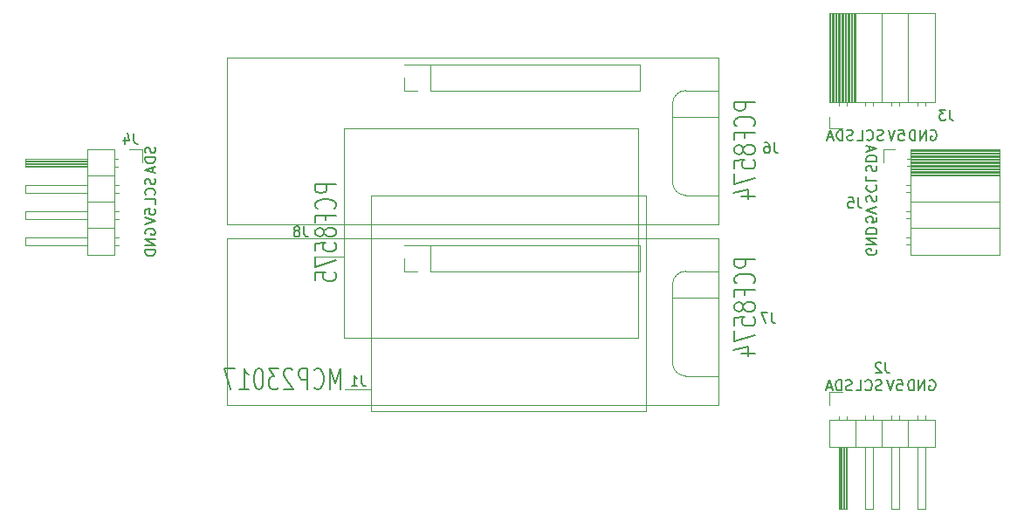
<source format=gbr>
%TF.GenerationSoftware,KiCad,Pcbnew,7.0.7*%
%TF.CreationDate,2023-10-01T14:50:05+02:00*%
%TF.ProjectId,MultiSwitch_Mcp23017_MiniSwitch,4d756c74-6953-4776-9974-63685f4d6370,1.0*%
%TF.SameCoordinates,Original*%
%TF.FileFunction,Legend,Bot*%
%TF.FilePolarity,Positive*%
%FSLAX46Y46*%
G04 Gerber Fmt 4.6, Leading zero omitted, Abs format (unit mm)*
G04 Created by KiCad (PCBNEW 7.0.7) date 2023-10-01 14:50:05*
%MOMM*%
%LPD*%
G01*
G04 APERTURE LIST*
%ADD10C,0.120000*%
%ADD11C,0.150000*%
G04 APERTURE END LIST*
D10*
X160655000Y-130556000D02*
X163195000Y-130556000D01*
X157734000Y-117729000D02*
X160528000Y-117729000D01*
D11*
X141236819Y-113588969D02*
X141236819Y-113112779D01*
X141236819Y-113112779D02*
X141713009Y-113065160D01*
X141713009Y-113065160D02*
X141665390Y-113112779D01*
X141665390Y-113112779D02*
X141617771Y-113208017D01*
X141617771Y-113208017D02*
X141617771Y-113446112D01*
X141617771Y-113446112D02*
X141665390Y-113541350D01*
X141665390Y-113541350D02*
X141713009Y-113588969D01*
X141713009Y-113588969D02*
X141808247Y-113636588D01*
X141808247Y-113636588D02*
X142046342Y-113636588D01*
X142046342Y-113636588D02*
X142141580Y-113588969D01*
X142141580Y-113588969D02*
X142189200Y-113541350D01*
X142189200Y-113541350D02*
X142236819Y-113446112D01*
X142236819Y-113446112D02*
X142236819Y-113208017D01*
X142236819Y-113208017D02*
X142189200Y-113112779D01*
X142189200Y-113112779D02*
X142141580Y-113065160D01*
X141236819Y-113922303D02*
X142236819Y-114255636D01*
X142236819Y-114255636D02*
X141236819Y-114588969D01*
X209895839Y-106375200D02*
X209752982Y-106422819D01*
X209752982Y-106422819D02*
X209514887Y-106422819D01*
X209514887Y-106422819D02*
X209419649Y-106375200D01*
X209419649Y-106375200D02*
X209372030Y-106327580D01*
X209372030Y-106327580D02*
X209324411Y-106232342D01*
X209324411Y-106232342D02*
X209324411Y-106137104D01*
X209324411Y-106137104D02*
X209372030Y-106041866D01*
X209372030Y-106041866D02*
X209419649Y-105994247D01*
X209419649Y-105994247D02*
X209514887Y-105946628D01*
X209514887Y-105946628D02*
X209705363Y-105899009D01*
X209705363Y-105899009D02*
X209800601Y-105851390D01*
X209800601Y-105851390D02*
X209848220Y-105803771D01*
X209848220Y-105803771D02*
X209895839Y-105708533D01*
X209895839Y-105708533D02*
X209895839Y-105613295D01*
X209895839Y-105613295D02*
X209848220Y-105518057D01*
X209848220Y-105518057D02*
X209800601Y-105470438D01*
X209800601Y-105470438D02*
X209705363Y-105422819D01*
X209705363Y-105422819D02*
X209467268Y-105422819D01*
X209467268Y-105422819D02*
X209324411Y-105470438D01*
X208895839Y-106422819D02*
X208895839Y-105422819D01*
X208895839Y-105422819D02*
X208657744Y-105422819D01*
X208657744Y-105422819D02*
X208514887Y-105470438D01*
X208514887Y-105470438D02*
X208419649Y-105565676D01*
X208419649Y-105565676D02*
X208372030Y-105660914D01*
X208372030Y-105660914D02*
X208324411Y-105851390D01*
X208324411Y-105851390D02*
X208324411Y-105994247D01*
X208324411Y-105994247D02*
X208372030Y-106184723D01*
X208372030Y-106184723D02*
X208419649Y-106279961D01*
X208419649Y-106279961D02*
X208514887Y-106375200D01*
X208514887Y-106375200D02*
X208657744Y-106422819D01*
X208657744Y-106422819D02*
X208895839Y-106422819D01*
X207943458Y-106137104D02*
X207467268Y-106137104D01*
X208038696Y-106422819D02*
X207705363Y-105422819D01*
X207705363Y-105422819D02*
X207372030Y-106422819D01*
X142189200Y-107096160D02*
X142236819Y-107239017D01*
X142236819Y-107239017D02*
X142236819Y-107477112D01*
X142236819Y-107477112D02*
X142189200Y-107572350D01*
X142189200Y-107572350D02*
X142141580Y-107619969D01*
X142141580Y-107619969D02*
X142046342Y-107667588D01*
X142046342Y-107667588D02*
X141951104Y-107667588D01*
X141951104Y-107667588D02*
X141855866Y-107619969D01*
X141855866Y-107619969D02*
X141808247Y-107572350D01*
X141808247Y-107572350D02*
X141760628Y-107477112D01*
X141760628Y-107477112D02*
X141713009Y-107286636D01*
X141713009Y-107286636D02*
X141665390Y-107191398D01*
X141665390Y-107191398D02*
X141617771Y-107143779D01*
X141617771Y-107143779D02*
X141522533Y-107096160D01*
X141522533Y-107096160D02*
X141427295Y-107096160D01*
X141427295Y-107096160D02*
X141332057Y-107143779D01*
X141332057Y-107143779D02*
X141284438Y-107191398D01*
X141284438Y-107191398D02*
X141236819Y-107286636D01*
X141236819Y-107286636D02*
X141236819Y-107524731D01*
X141236819Y-107524731D02*
X141284438Y-107667588D01*
X142236819Y-108096160D02*
X141236819Y-108096160D01*
X141236819Y-108096160D02*
X141236819Y-108334255D01*
X141236819Y-108334255D02*
X141284438Y-108477112D01*
X141284438Y-108477112D02*
X141379676Y-108572350D01*
X141379676Y-108572350D02*
X141474914Y-108619969D01*
X141474914Y-108619969D02*
X141665390Y-108667588D01*
X141665390Y-108667588D02*
X141808247Y-108667588D01*
X141808247Y-108667588D02*
X141998723Y-108619969D01*
X141998723Y-108619969D02*
X142093961Y-108572350D01*
X142093961Y-108572350D02*
X142189200Y-108477112D01*
X142189200Y-108477112D02*
X142236819Y-108334255D01*
X142236819Y-108334255D02*
X142236819Y-108096160D01*
X141951104Y-109048541D02*
X141951104Y-109524731D01*
X142236819Y-108953303D02*
X141236819Y-109286636D01*
X141236819Y-109286636D02*
X142236819Y-109619969D01*
X200407438Y-117930826D02*
X198407438Y-117930826D01*
X198407438Y-117930826D02*
X198407438Y-118502255D01*
X198407438Y-118502255D02*
X198502676Y-118645112D01*
X198502676Y-118645112D02*
X198597914Y-118716541D01*
X198597914Y-118716541D02*
X198788390Y-118787969D01*
X198788390Y-118787969D02*
X199074104Y-118787969D01*
X199074104Y-118787969D02*
X199264580Y-118716541D01*
X199264580Y-118716541D02*
X199359819Y-118645112D01*
X199359819Y-118645112D02*
X199455057Y-118502255D01*
X199455057Y-118502255D02*
X199455057Y-117930826D01*
X200216961Y-120287969D02*
X200312200Y-120216541D01*
X200312200Y-120216541D02*
X200407438Y-120002255D01*
X200407438Y-120002255D02*
X200407438Y-119859398D01*
X200407438Y-119859398D02*
X200312200Y-119645112D01*
X200312200Y-119645112D02*
X200121723Y-119502255D01*
X200121723Y-119502255D02*
X199931247Y-119430826D01*
X199931247Y-119430826D02*
X199550295Y-119359398D01*
X199550295Y-119359398D02*
X199264580Y-119359398D01*
X199264580Y-119359398D02*
X198883628Y-119430826D01*
X198883628Y-119430826D02*
X198693152Y-119502255D01*
X198693152Y-119502255D02*
X198502676Y-119645112D01*
X198502676Y-119645112D02*
X198407438Y-119859398D01*
X198407438Y-119859398D02*
X198407438Y-120002255D01*
X198407438Y-120002255D02*
X198502676Y-120216541D01*
X198502676Y-120216541D02*
X198597914Y-120287969D01*
X199359819Y-121430826D02*
X199359819Y-120930826D01*
X200407438Y-120930826D02*
X198407438Y-120930826D01*
X198407438Y-120930826D02*
X198407438Y-121645112D01*
X199264580Y-122430826D02*
X199169342Y-122287969D01*
X199169342Y-122287969D02*
X199074104Y-122216540D01*
X199074104Y-122216540D02*
X198883628Y-122145112D01*
X198883628Y-122145112D02*
X198788390Y-122145112D01*
X198788390Y-122145112D02*
X198597914Y-122216540D01*
X198597914Y-122216540D02*
X198502676Y-122287969D01*
X198502676Y-122287969D02*
X198407438Y-122430826D01*
X198407438Y-122430826D02*
X198407438Y-122716540D01*
X198407438Y-122716540D02*
X198502676Y-122859398D01*
X198502676Y-122859398D02*
X198597914Y-122930826D01*
X198597914Y-122930826D02*
X198788390Y-123002255D01*
X198788390Y-123002255D02*
X198883628Y-123002255D01*
X198883628Y-123002255D02*
X199074104Y-122930826D01*
X199074104Y-122930826D02*
X199169342Y-122859398D01*
X199169342Y-122859398D02*
X199264580Y-122716540D01*
X199264580Y-122716540D02*
X199264580Y-122430826D01*
X199264580Y-122430826D02*
X199359819Y-122287969D01*
X199359819Y-122287969D02*
X199455057Y-122216540D01*
X199455057Y-122216540D02*
X199645533Y-122145112D01*
X199645533Y-122145112D02*
X200026485Y-122145112D01*
X200026485Y-122145112D02*
X200216961Y-122216540D01*
X200216961Y-122216540D02*
X200312200Y-122287969D01*
X200312200Y-122287969D02*
X200407438Y-122430826D01*
X200407438Y-122430826D02*
X200407438Y-122716540D01*
X200407438Y-122716540D02*
X200312200Y-122859398D01*
X200312200Y-122859398D02*
X200216961Y-122930826D01*
X200216961Y-122930826D02*
X200026485Y-123002255D01*
X200026485Y-123002255D02*
X199645533Y-123002255D01*
X199645533Y-123002255D02*
X199455057Y-122930826D01*
X199455057Y-122930826D02*
X199359819Y-122859398D01*
X199359819Y-122859398D02*
X199264580Y-122716540D01*
X198407438Y-124359397D02*
X198407438Y-123645111D01*
X198407438Y-123645111D02*
X199359819Y-123573683D01*
X199359819Y-123573683D02*
X199264580Y-123645111D01*
X199264580Y-123645111D02*
X199169342Y-123787969D01*
X199169342Y-123787969D02*
X199169342Y-124145111D01*
X199169342Y-124145111D02*
X199264580Y-124287969D01*
X199264580Y-124287969D02*
X199359819Y-124359397D01*
X199359819Y-124359397D02*
X199550295Y-124430826D01*
X199550295Y-124430826D02*
X200026485Y-124430826D01*
X200026485Y-124430826D02*
X200216961Y-124359397D01*
X200216961Y-124359397D02*
X200312200Y-124287969D01*
X200312200Y-124287969D02*
X200407438Y-124145111D01*
X200407438Y-124145111D02*
X200407438Y-123787969D01*
X200407438Y-123787969D02*
X200312200Y-123645111D01*
X200312200Y-123645111D02*
X200216961Y-123573683D01*
X198407438Y-124930825D02*
X198407438Y-125930825D01*
X198407438Y-125930825D02*
X200407438Y-125287968D01*
X199074104Y-127145111D02*
X200407438Y-127145111D01*
X198312200Y-126787968D02*
X199740771Y-126430825D01*
X199740771Y-126430825D02*
X199740771Y-127359396D01*
X159767438Y-110691826D02*
X157767438Y-110691826D01*
X157767438Y-110691826D02*
X157767438Y-111263255D01*
X157767438Y-111263255D02*
X157862676Y-111406112D01*
X157862676Y-111406112D02*
X157957914Y-111477541D01*
X157957914Y-111477541D02*
X158148390Y-111548969D01*
X158148390Y-111548969D02*
X158434104Y-111548969D01*
X158434104Y-111548969D02*
X158624580Y-111477541D01*
X158624580Y-111477541D02*
X158719819Y-111406112D01*
X158719819Y-111406112D02*
X158815057Y-111263255D01*
X158815057Y-111263255D02*
X158815057Y-110691826D01*
X159576961Y-113048969D02*
X159672200Y-112977541D01*
X159672200Y-112977541D02*
X159767438Y-112763255D01*
X159767438Y-112763255D02*
X159767438Y-112620398D01*
X159767438Y-112620398D02*
X159672200Y-112406112D01*
X159672200Y-112406112D02*
X159481723Y-112263255D01*
X159481723Y-112263255D02*
X159291247Y-112191826D01*
X159291247Y-112191826D02*
X158910295Y-112120398D01*
X158910295Y-112120398D02*
X158624580Y-112120398D01*
X158624580Y-112120398D02*
X158243628Y-112191826D01*
X158243628Y-112191826D02*
X158053152Y-112263255D01*
X158053152Y-112263255D02*
X157862676Y-112406112D01*
X157862676Y-112406112D02*
X157767438Y-112620398D01*
X157767438Y-112620398D02*
X157767438Y-112763255D01*
X157767438Y-112763255D02*
X157862676Y-112977541D01*
X157862676Y-112977541D02*
X157957914Y-113048969D01*
X158719819Y-114191826D02*
X158719819Y-113691826D01*
X159767438Y-113691826D02*
X157767438Y-113691826D01*
X157767438Y-113691826D02*
X157767438Y-114406112D01*
X158624580Y-115191826D02*
X158529342Y-115048969D01*
X158529342Y-115048969D02*
X158434104Y-114977540D01*
X158434104Y-114977540D02*
X158243628Y-114906112D01*
X158243628Y-114906112D02*
X158148390Y-114906112D01*
X158148390Y-114906112D02*
X157957914Y-114977540D01*
X157957914Y-114977540D02*
X157862676Y-115048969D01*
X157862676Y-115048969D02*
X157767438Y-115191826D01*
X157767438Y-115191826D02*
X157767438Y-115477540D01*
X157767438Y-115477540D02*
X157862676Y-115620398D01*
X157862676Y-115620398D02*
X157957914Y-115691826D01*
X157957914Y-115691826D02*
X158148390Y-115763255D01*
X158148390Y-115763255D02*
X158243628Y-115763255D01*
X158243628Y-115763255D02*
X158434104Y-115691826D01*
X158434104Y-115691826D02*
X158529342Y-115620398D01*
X158529342Y-115620398D02*
X158624580Y-115477540D01*
X158624580Y-115477540D02*
X158624580Y-115191826D01*
X158624580Y-115191826D02*
X158719819Y-115048969D01*
X158719819Y-115048969D02*
X158815057Y-114977540D01*
X158815057Y-114977540D02*
X159005533Y-114906112D01*
X159005533Y-114906112D02*
X159386485Y-114906112D01*
X159386485Y-114906112D02*
X159576961Y-114977540D01*
X159576961Y-114977540D02*
X159672200Y-115048969D01*
X159672200Y-115048969D02*
X159767438Y-115191826D01*
X159767438Y-115191826D02*
X159767438Y-115477540D01*
X159767438Y-115477540D02*
X159672200Y-115620398D01*
X159672200Y-115620398D02*
X159576961Y-115691826D01*
X159576961Y-115691826D02*
X159386485Y-115763255D01*
X159386485Y-115763255D02*
X159005533Y-115763255D01*
X159005533Y-115763255D02*
X158815057Y-115691826D01*
X158815057Y-115691826D02*
X158719819Y-115620398D01*
X158719819Y-115620398D02*
X158624580Y-115477540D01*
X157767438Y-117120397D02*
X157767438Y-116406111D01*
X157767438Y-116406111D02*
X158719819Y-116334683D01*
X158719819Y-116334683D02*
X158624580Y-116406111D01*
X158624580Y-116406111D02*
X158529342Y-116548969D01*
X158529342Y-116548969D02*
X158529342Y-116906111D01*
X158529342Y-116906111D02*
X158624580Y-117048969D01*
X158624580Y-117048969D02*
X158719819Y-117120397D01*
X158719819Y-117120397D02*
X158910295Y-117191826D01*
X158910295Y-117191826D02*
X159386485Y-117191826D01*
X159386485Y-117191826D02*
X159576961Y-117120397D01*
X159576961Y-117120397D02*
X159672200Y-117048969D01*
X159672200Y-117048969D02*
X159767438Y-116906111D01*
X159767438Y-116906111D02*
X159767438Y-116548969D01*
X159767438Y-116548969D02*
X159672200Y-116406111D01*
X159672200Y-116406111D02*
X159576961Y-116334683D01*
X157767438Y-117691825D02*
X157767438Y-118691825D01*
X157767438Y-118691825D02*
X159767438Y-118048968D01*
X157767438Y-119977539D02*
X157767438Y-119263253D01*
X157767438Y-119263253D02*
X158719819Y-119191825D01*
X158719819Y-119191825D02*
X158624580Y-119263253D01*
X158624580Y-119263253D02*
X158529342Y-119406111D01*
X158529342Y-119406111D02*
X158529342Y-119763253D01*
X158529342Y-119763253D02*
X158624580Y-119906111D01*
X158624580Y-119906111D02*
X158719819Y-119977539D01*
X158719819Y-119977539D02*
X158910295Y-120048968D01*
X158910295Y-120048968D02*
X159386485Y-120048968D01*
X159386485Y-120048968D02*
X159576961Y-119977539D01*
X159576961Y-119977539D02*
X159672200Y-119906111D01*
X159672200Y-119906111D02*
X159767438Y-119763253D01*
X159767438Y-119763253D02*
X159767438Y-119406111D01*
X159767438Y-119406111D02*
X159672200Y-119263253D01*
X159672200Y-119263253D02*
X159576961Y-119191825D01*
X217452411Y-105470438D02*
X217547649Y-105422819D01*
X217547649Y-105422819D02*
X217690506Y-105422819D01*
X217690506Y-105422819D02*
X217833363Y-105470438D01*
X217833363Y-105470438D02*
X217928601Y-105565676D01*
X217928601Y-105565676D02*
X217976220Y-105660914D01*
X217976220Y-105660914D02*
X218023839Y-105851390D01*
X218023839Y-105851390D02*
X218023839Y-105994247D01*
X218023839Y-105994247D02*
X217976220Y-106184723D01*
X217976220Y-106184723D02*
X217928601Y-106279961D01*
X217928601Y-106279961D02*
X217833363Y-106375200D01*
X217833363Y-106375200D02*
X217690506Y-106422819D01*
X217690506Y-106422819D02*
X217595268Y-106422819D01*
X217595268Y-106422819D02*
X217452411Y-106375200D01*
X217452411Y-106375200D02*
X217404792Y-106327580D01*
X217404792Y-106327580D02*
X217404792Y-105994247D01*
X217404792Y-105994247D02*
X217595268Y-105994247D01*
X216976220Y-106422819D02*
X216976220Y-105422819D01*
X216976220Y-105422819D02*
X216404792Y-106422819D01*
X216404792Y-106422819D02*
X216404792Y-105422819D01*
X215928601Y-106422819D02*
X215928601Y-105422819D01*
X215928601Y-105422819D02*
X215690506Y-105422819D01*
X215690506Y-105422819D02*
X215547649Y-105470438D01*
X215547649Y-105470438D02*
X215452411Y-105565676D01*
X215452411Y-105565676D02*
X215404792Y-105660914D01*
X215404792Y-105660914D02*
X215357173Y-105851390D01*
X215357173Y-105851390D02*
X215357173Y-105994247D01*
X215357173Y-105994247D02*
X215404792Y-106184723D01*
X215404792Y-106184723D02*
X215452411Y-106279961D01*
X215452411Y-106279961D02*
X215547649Y-106375200D01*
X215547649Y-106375200D02*
X215690506Y-106422819D01*
X215690506Y-106422819D02*
X215928601Y-106422819D01*
X214198030Y-129679819D02*
X214674220Y-129679819D01*
X214674220Y-129679819D02*
X214721839Y-130156009D01*
X214721839Y-130156009D02*
X214674220Y-130108390D01*
X214674220Y-130108390D02*
X214578982Y-130060771D01*
X214578982Y-130060771D02*
X214340887Y-130060771D01*
X214340887Y-130060771D02*
X214245649Y-130108390D01*
X214245649Y-130108390D02*
X214198030Y-130156009D01*
X214198030Y-130156009D02*
X214150411Y-130251247D01*
X214150411Y-130251247D02*
X214150411Y-130489342D01*
X214150411Y-130489342D02*
X214198030Y-130584580D01*
X214198030Y-130584580D02*
X214245649Y-130632200D01*
X214245649Y-130632200D02*
X214340887Y-130679819D01*
X214340887Y-130679819D02*
X214578982Y-130679819D01*
X214578982Y-130679819D02*
X214674220Y-130632200D01*
X214674220Y-130632200D02*
X214721839Y-130584580D01*
X213864696Y-129679819D02*
X213531363Y-130679819D01*
X213531363Y-130679819D02*
X213198030Y-129679819D01*
X141284438Y-115541588D02*
X141236819Y-115446350D01*
X141236819Y-115446350D02*
X141236819Y-115303493D01*
X141236819Y-115303493D02*
X141284438Y-115160636D01*
X141284438Y-115160636D02*
X141379676Y-115065398D01*
X141379676Y-115065398D02*
X141474914Y-115017779D01*
X141474914Y-115017779D02*
X141665390Y-114970160D01*
X141665390Y-114970160D02*
X141808247Y-114970160D01*
X141808247Y-114970160D02*
X141998723Y-115017779D01*
X141998723Y-115017779D02*
X142093961Y-115065398D01*
X142093961Y-115065398D02*
X142189200Y-115160636D01*
X142189200Y-115160636D02*
X142236819Y-115303493D01*
X142236819Y-115303493D02*
X142236819Y-115398731D01*
X142236819Y-115398731D02*
X142189200Y-115541588D01*
X142189200Y-115541588D02*
X142141580Y-115589207D01*
X142141580Y-115589207D02*
X141808247Y-115589207D01*
X141808247Y-115589207D02*
X141808247Y-115398731D01*
X142236819Y-116017779D02*
X141236819Y-116017779D01*
X141236819Y-116017779D02*
X142236819Y-116589207D01*
X142236819Y-116589207D02*
X141236819Y-116589207D01*
X142236819Y-117065398D02*
X141236819Y-117065398D01*
X141236819Y-117065398D02*
X141236819Y-117303493D01*
X141236819Y-117303493D02*
X141284438Y-117446350D01*
X141284438Y-117446350D02*
X141379676Y-117541588D01*
X141379676Y-117541588D02*
X141474914Y-117589207D01*
X141474914Y-117589207D02*
X141665390Y-117636826D01*
X141665390Y-117636826D02*
X141808247Y-117636826D01*
X141808247Y-117636826D02*
X141998723Y-117589207D01*
X141998723Y-117589207D02*
X142093961Y-117541588D01*
X142093961Y-117541588D02*
X142189200Y-117446350D01*
X142189200Y-117446350D02*
X142236819Y-117303493D01*
X142236819Y-117303493D02*
X142236819Y-117065398D01*
X160199173Y-130557438D02*
X160199173Y-128557438D01*
X160199173Y-128557438D02*
X159699173Y-129986009D01*
X159699173Y-129986009D02*
X159199173Y-128557438D01*
X159199173Y-128557438D02*
X159199173Y-130557438D01*
X157627744Y-130366961D02*
X157699172Y-130462200D01*
X157699172Y-130462200D02*
X157913458Y-130557438D01*
X157913458Y-130557438D02*
X158056315Y-130557438D01*
X158056315Y-130557438D02*
X158270601Y-130462200D01*
X158270601Y-130462200D02*
X158413458Y-130271723D01*
X158413458Y-130271723D02*
X158484887Y-130081247D01*
X158484887Y-130081247D02*
X158556315Y-129700295D01*
X158556315Y-129700295D02*
X158556315Y-129414580D01*
X158556315Y-129414580D02*
X158484887Y-129033628D01*
X158484887Y-129033628D02*
X158413458Y-128843152D01*
X158413458Y-128843152D02*
X158270601Y-128652676D01*
X158270601Y-128652676D02*
X158056315Y-128557438D01*
X158056315Y-128557438D02*
X157913458Y-128557438D01*
X157913458Y-128557438D02*
X157699172Y-128652676D01*
X157699172Y-128652676D02*
X157627744Y-128747914D01*
X156984887Y-130557438D02*
X156984887Y-128557438D01*
X156984887Y-128557438D02*
X156413458Y-128557438D01*
X156413458Y-128557438D02*
X156270601Y-128652676D01*
X156270601Y-128652676D02*
X156199172Y-128747914D01*
X156199172Y-128747914D02*
X156127744Y-128938390D01*
X156127744Y-128938390D02*
X156127744Y-129224104D01*
X156127744Y-129224104D02*
X156199172Y-129414580D01*
X156199172Y-129414580D02*
X156270601Y-129509819D01*
X156270601Y-129509819D02*
X156413458Y-129605057D01*
X156413458Y-129605057D02*
X156984887Y-129605057D01*
X155556315Y-128747914D02*
X155484887Y-128652676D01*
X155484887Y-128652676D02*
X155342030Y-128557438D01*
X155342030Y-128557438D02*
X154984887Y-128557438D01*
X154984887Y-128557438D02*
X154842030Y-128652676D01*
X154842030Y-128652676D02*
X154770601Y-128747914D01*
X154770601Y-128747914D02*
X154699172Y-128938390D01*
X154699172Y-128938390D02*
X154699172Y-129128866D01*
X154699172Y-129128866D02*
X154770601Y-129414580D01*
X154770601Y-129414580D02*
X155627744Y-130557438D01*
X155627744Y-130557438D02*
X154699172Y-130557438D01*
X154199173Y-128557438D02*
X153270601Y-128557438D01*
X153270601Y-128557438D02*
X153770601Y-129319342D01*
X153770601Y-129319342D02*
X153556316Y-129319342D01*
X153556316Y-129319342D02*
X153413459Y-129414580D01*
X153413459Y-129414580D02*
X153342030Y-129509819D01*
X153342030Y-129509819D02*
X153270601Y-129700295D01*
X153270601Y-129700295D02*
X153270601Y-130176485D01*
X153270601Y-130176485D02*
X153342030Y-130366961D01*
X153342030Y-130366961D02*
X153413459Y-130462200D01*
X153413459Y-130462200D02*
X153556316Y-130557438D01*
X153556316Y-130557438D02*
X153984887Y-130557438D01*
X153984887Y-130557438D02*
X154127744Y-130462200D01*
X154127744Y-130462200D02*
X154199173Y-130366961D01*
X152342030Y-128557438D02*
X152199173Y-128557438D01*
X152199173Y-128557438D02*
X152056316Y-128652676D01*
X152056316Y-128652676D02*
X151984888Y-128747914D01*
X151984888Y-128747914D02*
X151913459Y-128938390D01*
X151913459Y-128938390D02*
X151842030Y-129319342D01*
X151842030Y-129319342D02*
X151842030Y-129795533D01*
X151842030Y-129795533D02*
X151913459Y-130176485D01*
X151913459Y-130176485D02*
X151984888Y-130366961D01*
X151984888Y-130366961D02*
X152056316Y-130462200D01*
X152056316Y-130462200D02*
X152199173Y-130557438D01*
X152199173Y-130557438D02*
X152342030Y-130557438D01*
X152342030Y-130557438D02*
X152484888Y-130462200D01*
X152484888Y-130462200D02*
X152556316Y-130366961D01*
X152556316Y-130366961D02*
X152627745Y-130176485D01*
X152627745Y-130176485D02*
X152699173Y-129795533D01*
X152699173Y-129795533D02*
X152699173Y-129319342D01*
X152699173Y-129319342D02*
X152627745Y-128938390D01*
X152627745Y-128938390D02*
X152556316Y-128747914D01*
X152556316Y-128747914D02*
X152484888Y-128652676D01*
X152484888Y-128652676D02*
X152342030Y-128557438D01*
X150413459Y-130557438D02*
X151270602Y-130557438D01*
X150842031Y-130557438D02*
X150842031Y-128557438D01*
X150842031Y-128557438D02*
X150984888Y-128843152D01*
X150984888Y-128843152D02*
X151127745Y-129033628D01*
X151127745Y-129033628D02*
X151270602Y-129128866D01*
X149913460Y-128557438D02*
X148913460Y-128557438D01*
X148913460Y-128557438D02*
X149556317Y-130557438D01*
X211251800Y-112359839D02*
X211204180Y-112216982D01*
X211204180Y-112216982D02*
X211204180Y-111978887D01*
X211204180Y-111978887D02*
X211251800Y-111883649D01*
X211251800Y-111883649D02*
X211299419Y-111836030D01*
X211299419Y-111836030D02*
X211394657Y-111788411D01*
X211394657Y-111788411D02*
X211489895Y-111788411D01*
X211489895Y-111788411D02*
X211585133Y-111836030D01*
X211585133Y-111836030D02*
X211632752Y-111883649D01*
X211632752Y-111883649D02*
X211680371Y-111978887D01*
X211680371Y-111978887D02*
X211727990Y-112169363D01*
X211727990Y-112169363D02*
X211775609Y-112264601D01*
X211775609Y-112264601D02*
X211823228Y-112312220D01*
X211823228Y-112312220D02*
X211918466Y-112359839D01*
X211918466Y-112359839D02*
X212013704Y-112359839D01*
X212013704Y-112359839D02*
X212108942Y-112312220D01*
X212108942Y-112312220D02*
X212156561Y-112264601D01*
X212156561Y-112264601D02*
X212204180Y-112169363D01*
X212204180Y-112169363D02*
X212204180Y-111931268D01*
X212204180Y-111931268D02*
X212156561Y-111788411D01*
X211299419Y-110788411D02*
X211251800Y-110836030D01*
X211251800Y-110836030D02*
X211204180Y-110978887D01*
X211204180Y-110978887D02*
X211204180Y-111074125D01*
X211204180Y-111074125D02*
X211251800Y-111216982D01*
X211251800Y-111216982D02*
X211347038Y-111312220D01*
X211347038Y-111312220D02*
X211442276Y-111359839D01*
X211442276Y-111359839D02*
X211632752Y-111407458D01*
X211632752Y-111407458D02*
X211775609Y-111407458D01*
X211775609Y-111407458D02*
X211966085Y-111359839D01*
X211966085Y-111359839D02*
X212061323Y-111312220D01*
X212061323Y-111312220D02*
X212156561Y-111216982D01*
X212156561Y-111216982D02*
X212204180Y-111074125D01*
X212204180Y-111074125D02*
X212204180Y-110978887D01*
X212204180Y-110978887D02*
X212156561Y-110836030D01*
X212156561Y-110836030D02*
X212108942Y-110788411D01*
X211204180Y-109883649D02*
X211204180Y-110359839D01*
X211204180Y-110359839D02*
X212204180Y-110359839D01*
X209768839Y-130632200D02*
X209625982Y-130679819D01*
X209625982Y-130679819D02*
X209387887Y-130679819D01*
X209387887Y-130679819D02*
X209292649Y-130632200D01*
X209292649Y-130632200D02*
X209245030Y-130584580D01*
X209245030Y-130584580D02*
X209197411Y-130489342D01*
X209197411Y-130489342D02*
X209197411Y-130394104D01*
X209197411Y-130394104D02*
X209245030Y-130298866D01*
X209245030Y-130298866D02*
X209292649Y-130251247D01*
X209292649Y-130251247D02*
X209387887Y-130203628D01*
X209387887Y-130203628D02*
X209578363Y-130156009D01*
X209578363Y-130156009D02*
X209673601Y-130108390D01*
X209673601Y-130108390D02*
X209721220Y-130060771D01*
X209721220Y-130060771D02*
X209768839Y-129965533D01*
X209768839Y-129965533D02*
X209768839Y-129870295D01*
X209768839Y-129870295D02*
X209721220Y-129775057D01*
X209721220Y-129775057D02*
X209673601Y-129727438D01*
X209673601Y-129727438D02*
X209578363Y-129679819D01*
X209578363Y-129679819D02*
X209340268Y-129679819D01*
X209340268Y-129679819D02*
X209197411Y-129727438D01*
X208768839Y-130679819D02*
X208768839Y-129679819D01*
X208768839Y-129679819D02*
X208530744Y-129679819D01*
X208530744Y-129679819D02*
X208387887Y-129727438D01*
X208387887Y-129727438D02*
X208292649Y-129822676D01*
X208292649Y-129822676D02*
X208245030Y-129917914D01*
X208245030Y-129917914D02*
X208197411Y-130108390D01*
X208197411Y-130108390D02*
X208197411Y-130251247D01*
X208197411Y-130251247D02*
X208245030Y-130441723D01*
X208245030Y-130441723D02*
X208292649Y-130536961D01*
X208292649Y-130536961D02*
X208387887Y-130632200D01*
X208387887Y-130632200D02*
X208530744Y-130679819D01*
X208530744Y-130679819D02*
X208768839Y-130679819D01*
X207816458Y-130394104D02*
X207340268Y-130394104D01*
X207911696Y-130679819D02*
X207578363Y-129679819D01*
X207578363Y-129679819D02*
X207245030Y-130679819D01*
X212689839Y-130632200D02*
X212546982Y-130679819D01*
X212546982Y-130679819D02*
X212308887Y-130679819D01*
X212308887Y-130679819D02*
X212213649Y-130632200D01*
X212213649Y-130632200D02*
X212166030Y-130584580D01*
X212166030Y-130584580D02*
X212118411Y-130489342D01*
X212118411Y-130489342D02*
X212118411Y-130394104D01*
X212118411Y-130394104D02*
X212166030Y-130298866D01*
X212166030Y-130298866D02*
X212213649Y-130251247D01*
X212213649Y-130251247D02*
X212308887Y-130203628D01*
X212308887Y-130203628D02*
X212499363Y-130156009D01*
X212499363Y-130156009D02*
X212594601Y-130108390D01*
X212594601Y-130108390D02*
X212642220Y-130060771D01*
X212642220Y-130060771D02*
X212689839Y-129965533D01*
X212689839Y-129965533D02*
X212689839Y-129870295D01*
X212689839Y-129870295D02*
X212642220Y-129775057D01*
X212642220Y-129775057D02*
X212594601Y-129727438D01*
X212594601Y-129727438D02*
X212499363Y-129679819D01*
X212499363Y-129679819D02*
X212261268Y-129679819D01*
X212261268Y-129679819D02*
X212118411Y-129727438D01*
X211118411Y-130584580D02*
X211166030Y-130632200D01*
X211166030Y-130632200D02*
X211308887Y-130679819D01*
X211308887Y-130679819D02*
X211404125Y-130679819D01*
X211404125Y-130679819D02*
X211546982Y-130632200D01*
X211546982Y-130632200D02*
X211642220Y-130536961D01*
X211642220Y-130536961D02*
X211689839Y-130441723D01*
X211689839Y-130441723D02*
X211737458Y-130251247D01*
X211737458Y-130251247D02*
X211737458Y-130108390D01*
X211737458Y-130108390D02*
X211689839Y-129917914D01*
X211689839Y-129917914D02*
X211642220Y-129822676D01*
X211642220Y-129822676D02*
X211546982Y-129727438D01*
X211546982Y-129727438D02*
X211404125Y-129679819D01*
X211404125Y-129679819D02*
X211308887Y-129679819D01*
X211308887Y-129679819D02*
X211166030Y-129727438D01*
X211166030Y-129727438D02*
X211118411Y-129775057D01*
X210213649Y-130679819D02*
X210689839Y-130679819D01*
X210689839Y-130679819D02*
X210689839Y-129679819D01*
X212204180Y-113868030D02*
X212204180Y-114344220D01*
X212204180Y-114344220D02*
X211727990Y-114391839D01*
X211727990Y-114391839D02*
X211775609Y-114344220D01*
X211775609Y-114344220D02*
X211823228Y-114248982D01*
X211823228Y-114248982D02*
X211823228Y-114010887D01*
X211823228Y-114010887D02*
X211775609Y-113915649D01*
X211775609Y-113915649D02*
X211727990Y-113868030D01*
X211727990Y-113868030D02*
X211632752Y-113820411D01*
X211632752Y-113820411D02*
X211394657Y-113820411D01*
X211394657Y-113820411D02*
X211299419Y-113868030D01*
X211299419Y-113868030D02*
X211251800Y-113915649D01*
X211251800Y-113915649D02*
X211204180Y-114010887D01*
X211204180Y-114010887D02*
X211204180Y-114248982D01*
X211204180Y-114248982D02*
X211251800Y-114344220D01*
X211251800Y-114344220D02*
X211299419Y-114391839D01*
X212204180Y-113534696D02*
X211204180Y-113201363D01*
X211204180Y-113201363D02*
X212204180Y-112868030D01*
X212816839Y-106375200D02*
X212673982Y-106422819D01*
X212673982Y-106422819D02*
X212435887Y-106422819D01*
X212435887Y-106422819D02*
X212340649Y-106375200D01*
X212340649Y-106375200D02*
X212293030Y-106327580D01*
X212293030Y-106327580D02*
X212245411Y-106232342D01*
X212245411Y-106232342D02*
X212245411Y-106137104D01*
X212245411Y-106137104D02*
X212293030Y-106041866D01*
X212293030Y-106041866D02*
X212340649Y-105994247D01*
X212340649Y-105994247D02*
X212435887Y-105946628D01*
X212435887Y-105946628D02*
X212626363Y-105899009D01*
X212626363Y-105899009D02*
X212721601Y-105851390D01*
X212721601Y-105851390D02*
X212769220Y-105803771D01*
X212769220Y-105803771D02*
X212816839Y-105708533D01*
X212816839Y-105708533D02*
X212816839Y-105613295D01*
X212816839Y-105613295D02*
X212769220Y-105518057D01*
X212769220Y-105518057D02*
X212721601Y-105470438D01*
X212721601Y-105470438D02*
X212626363Y-105422819D01*
X212626363Y-105422819D02*
X212388268Y-105422819D01*
X212388268Y-105422819D02*
X212245411Y-105470438D01*
X211245411Y-106327580D02*
X211293030Y-106375200D01*
X211293030Y-106375200D02*
X211435887Y-106422819D01*
X211435887Y-106422819D02*
X211531125Y-106422819D01*
X211531125Y-106422819D02*
X211673982Y-106375200D01*
X211673982Y-106375200D02*
X211769220Y-106279961D01*
X211769220Y-106279961D02*
X211816839Y-106184723D01*
X211816839Y-106184723D02*
X211864458Y-105994247D01*
X211864458Y-105994247D02*
X211864458Y-105851390D01*
X211864458Y-105851390D02*
X211816839Y-105660914D01*
X211816839Y-105660914D02*
X211769220Y-105565676D01*
X211769220Y-105565676D02*
X211673982Y-105470438D01*
X211673982Y-105470438D02*
X211531125Y-105422819D01*
X211531125Y-105422819D02*
X211435887Y-105422819D01*
X211435887Y-105422819D02*
X211293030Y-105470438D01*
X211293030Y-105470438D02*
X211245411Y-105518057D01*
X210340649Y-106422819D02*
X210816839Y-106422819D01*
X210816839Y-106422819D02*
X210816839Y-105422819D01*
X200407438Y-102690826D02*
X198407438Y-102690826D01*
X198407438Y-102690826D02*
X198407438Y-103262255D01*
X198407438Y-103262255D02*
X198502676Y-103405112D01*
X198502676Y-103405112D02*
X198597914Y-103476541D01*
X198597914Y-103476541D02*
X198788390Y-103547969D01*
X198788390Y-103547969D02*
X199074104Y-103547969D01*
X199074104Y-103547969D02*
X199264580Y-103476541D01*
X199264580Y-103476541D02*
X199359819Y-103405112D01*
X199359819Y-103405112D02*
X199455057Y-103262255D01*
X199455057Y-103262255D02*
X199455057Y-102690826D01*
X200216961Y-105047969D02*
X200312200Y-104976541D01*
X200312200Y-104976541D02*
X200407438Y-104762255D01*
X200407438Y-104762255D02*
X200407438Y-104619398D01*
X200407438Y-104619398D02*
X200312200Y-104405112D01*
X200312200Y-104405112D02*
X200121723Y-104262255D01*
X200121723Y-104262255D02*
X199931247Y-104190826D01*
X199931247Y-104190826D02*
X199550295Y-104119398D01*
X199550295Y-104119398D02*
X199264580Y-104119398D01*
X199264580Y-104119398D02*
X198883628Y-104190826D01*
X198883628Y-104190826D02*
X198693152Y-104262255D01*
X198693152Y-104262255D02*
X198502676Y-104405112D01*
X198502676Y-104405112D02*
X198407438Y-104619398D01*
X198407438Y-104619398D02*
X198407438Y-104762255D01*
X198407438Y-104762255D02*
X198502676Y-104976541D01*
X198502676Y-104976541D02*
X198597914Y-105047969D01*
X199359819Y-106190826D02*
X199359819Y-105690826D01*
X200407438Y-105690826D02*
X198407438Y-105690826D01*
X198407438Y-105690826D02*
X198407438Y-106405112D01*
X199264580Y-107190826D02*
X199169342Y-107047969D01*
X199169342Y-107047969D02*
X199074104Y-106976540D01*
X199074104Y-106976540D02*
X198883628Y-106905112D01*
X198883628Y-106905112D02*
X198788390Y-106905112D01*
X198788390Y-106905112D02*
X198597914Y-106976540D01*
X198597914Y-106976540D02*
X198502676Y-107047969D01*
X198502676Y-107047969D02*
X198407438Y-107190826D01*
X198407438Y-107190826D02*
X198407438Y-107476540D01*
X198407438Y-107476540D02*
X198502676Y-107619398D01*
X198502676Y-107619398D02*
X198597914Y-107690826D01*
X198597914Y-107690826D02*
X198788390Y-107762255D01*
X198788390Y-107762255D02*
X198883628Y-107762255D01*
X198883628Y-107762255D02*
X199074104Y-107690826D01*
X199074104Y-107690826D02*
X199169342Y-107619398D01*
X199169342Y-107619398D02*
X199264580Y-107476540D01*
X199264580Y-107476540D02*
X199264580Y-107190826D01*
X199264580Y-107190826D02*
X199359819Y-107047969D01*
X199359819Y-107047969D02*
X199455057Y-106976540D01*
X199455057Y-106976540D02*
X199645533Y-106905112D01*
X199645533Y-106905112D02*
X200026485Y-106905112D01*
X200026485Y-106905112D02*
X200216961Y-106976540D01*
X200216961Y-106976540D02*
X200312200Y-107047969D01*
X200312200Y-107047969D02*
X200407438Y-107190826D01*
X200407438Y-107190826D02*
X200407438Y-107476540D01*
X200407438Y-107476540D02*
X200312200Y-107619398D01*
X200312200Y-107619398D02*
X200216961Y-107690826D01*
X200216961Y-107690826D02*
X200026485Y-107762255D01*
X200026485Y-107762255D02*
X199645533Y-107762255D01*
X199645533Y-107762255D02*
X199455057Y-107690826D01*
X199455057Y-107690826D02*
X199359819Y-107619398D01*
X199359819Y-107619398D02*
X199264580Y-107476540D01*
X198407438Y-109119397D02*
X198407438Y-108405111D01*
X198407438Y-108405111D02*
X199359819Y-108333683D01*
X199359819Y-108333683D02*
X199264580Y-108405111D01*
X199264580Y-108405111D02*
X199169342Y-108547969D01*
X199169342Y-108547969D02*
X199169342Y-108905111D01*
X199169342Y-108905111D02*
X199264580Y-109047969D01*
X199264580Y-109047969D02*
X199359819Y-109119397D01*
X199359819Y-109119397D02*
X199550295Y-109190826D01*
X199550295Y-109190826D02*
X200026485Y-109190826D01*
X200026485Y-109190826D02*
X200216961Y-109119397D01*
X200216961Y-109119397D02*
X200312200Y-109047969D01*
X200312200Y-109047969D02*
X200407438Y-108905111D01*
X200407438Y-108905111D02*
X200407438Y-108547969D01*
X200407438Y-108547969D02*
X200312200Y-108405111D01*
X200312200Y-108405111D02*
X200216961Y-108333683D01*
X198407438Y-109690825D02*
X198407438Y-110690825D01*
X198407438Y-110690825D02*
X200407438Y-110047968D01*
X199074104Y-111905111D02*
X200407438Y-111905111D01*
X198312200Y-111547968D02*
X199740771Y-111190825D01*
X199740771Y-111190825D02*
X199740771Y-112119396D01*
X217325411Y-129727438D02*
X217420649Y-129679819D01*
X217420649Y-129679819D02*
X217563506Y-129679819D01*
X217563506Y-129679819D02*
X217706363Y-129727438D01*
X217706363Y-129727438D02*
X217801601Y-129822676D01*
X217801601Y-129822676D02*
X217849220Y-129917914D01*
X217849220Y-129917914D02*
X217896839Y-130108390D01*
X217896839Y-130108390D02*
X217896839Y-130251247D01*
X217896839Y-130251247D02*
X217849220Y-130441723D01*
X217849220Y-130441723D02*
X217801601Y-130536961D01*
X217801601Y-130536961D02*
X217706363Y-130632200D01*
X217706363Y-130632200D02*
X217563506Y-130679819D01*
X217563506Y-130679819D02*
X217468268Y-130679819D01*
X217468268Y-130679819D02*
X217325411Y-130632200D01*
X217325411Y-130632200D02*
X217277792Y-130584580D01*
X217277792Y-130584580D02*
X217277792Y-130251247D01*
X217277792Y-130251247D02*
X217468268Y-130251247D01*
X216849220Y-130679819D02*
X216849220Y-129679819D01*
X216849220Y-129679819D02*
X216277792Y-130679819D01*
X216277792Y-130679819D02*
X216277792Y-129679819D01*
X215801601Y-130679819D02*
X215801601Y-129679819D01*
X215801601Y-129679819D02*
X215563506Y-129679819D01*
X215563506Y-129679819D02*
X215420649Y-129727438D01*
X215420649Y-129727438D02*
X215325411Y-129822676D01*
X215325411Y-129822676D02*
X215277792Y-129917914D01*
X215277792Y-129917914D02*
X215230173Y-130108390D01*
X215230173Y-130108390D02*
X215230173Y-130251247D01*
X215230173Y-130251247D02*
X215277792Y-130441723D01*
X215277792Y-130441723D02*
X215325411Y-130536961D01*
X215325411Y-130536961D02*
X215420649Y-130632200D01*
X215420649Y-130632200D02*
X215563506Y-130679819D01*
X215563506Y-130679819D02*
X215801601Y-130679819D01*
X212156561Y-116995411D02*
X212204180Y-117090649D01*
X212204180Y-117090649D02*
X212204180Y-117233506D01*
X212204180Y-117233506D02*
X212156561Y-117376363D01*
X212156561Y-117376363D02*
X212061323Y-117471601D01*
X212061323Y-117471601D02*
X211966085Y-117519220D01*
X211966085Y-117519220D02*
X211775609Y-117566839D01*
X211775609Y-117566839D02*
X211632752Y-117566839D01*
X211632752Y-117566839D02*
X211442276Y-117519220D01*
X211442276Y-117519220D02*
X211347038Y-117471601D01*
X211347038Y-117471601D02*
X211251800Y-117376363D01*
X211251800Y-117376363D02*
X211204180Y-117233506D01*
X211204180Y-117233506D02*
X211204180Y-117138268D01*
X211204180Y-117138268D02*
X211251800Y-116995411D01*
X211251800Y-116995411D02*
X211299419Y-116947792D01*
X211299419Y-116947792D02*
X211632752Y-116947792D01*
X211632752Y-116947792D02*
X211632752Y-117138268D01*
X211204180Y-116519220D02*
X212204180Y-116519220D01*
X212204180Y-116519220D02*
X211204180Y-115947792D01*
X211204180Y-115947792D02*
X212204180Y-115947792D01*
X211204180Y-115471601D02*
X212204180Y-115471601D01*
X212204180Y-115471601D02*
X212204180Y-115233506D01*
X212204180Y-115233506D02*
X212156561Y-115090649D01*
X212156561Y-115090649D02*
X212061323Y-114995411D01*
X212061323Y-114995411D02*
X211966085Y-114947792D01*
X211966085Y-114947792D02*
X211775609Y-114900173D01*
X211775609Y-114900173D02*
X211632752Y-114900173D01*
X211632752Y-114900173D02*
X211442276Y-114947792D01*
X211442276Y-114947792D02*
X211347038Y-114995411D01*
X211347038Y-114995411D02*
X211251800Y-115090649D01*
X211251800Y-115090649D02*
X211204180Y-115233506D01*
X211204180Y-115233506D02*
X211204180Y-115471601D01*
X214325030Y-105422819D02*
X214801220Y-105422819D01*
X214801220Y-105422819D02*
X214848839Y-105899009D01*
X214848839Y-105899009D02*
X214801220Y-105851390D01*
X214801220Y-105851390D02*
X214705982Y-105803771D01*
X214705982Y-105803771D02*
X214467887Y-105803771D01*
X214467887Y-105803771D02*
X214372649Y-105851390D01*
X214372649Y-105851390D02*
X214325030Y-105899009D01*
X214325030Y-105899009D02*
X214277411Y-105994247D01*
X214277411Y-105994247D02*
X214277411Y-106232342D01*
X214277411Y-106232342D02*
X214325030Y-106327580D01*
X214325030Y-106327580D02*
X214372649Y-106375200D01*
X214372649Y-106375200D02*
X214467887Y-106422819D01*
X214467887Y-106422819D02*
X214705982Y-106422819D01*
X214705982Y-106422819D02*
X214801220Y-106375200D01*
X214801220Y-106375200D02*
X214848839Y-106327580D01*
X213991696Y-105422819D02*
X213658363Y-106422819D01*
X213658363Y-106422819D02*
X213325030Y-105422819D01*
X142189200Y-110144160D02*
X142236819Y-110287017D01*
X142236819Y-110287017D02*
X142236819Y-110525112D01*
X142236819Y-110525112D02*
X142189200Y-110620350D01*
X142189200Y-110620350D02*
X142141580Y-110667969D01*
X142141580Y-110667969D02*
X142046342Y-110715588D01*
X142046342Y-110715588D02*
X141951104Y-110715588D01*
X141951104Y-110715588D02*
X141855866Y-110667969D01*
X141855866Y-110667969D02*
X141808247Y-110620350D01*
X141808247Y-110620350D02*
X141760628Y-110525112D01*
X141760628Y-110525112D02*
X141713009Y-110334636D01*
X141713009Y-110334636D02*
X141665390Y-110239398D01*
X141665390Y-110239398D02*
X141617771Y-110191779D01*
X141617771Y-110191779D02*
X141522533Y-110144160D01*
X141522533Y-110144160D02*
X141427295Y-110144160D01*
X141427295Y-110144160D02*
X141332057Y-110191779D01*
X141332057Y-110191779D02*
X141284438Y-110239398D01*
X141284438Y-110239398D02*
X141236819Y-110334636D01*
X141236819Y-110334636D02*
X141236819Y-110572731D01*
X141236819Y-110572731D02*
X141284438Y-110715588D01*
X142141580Y-111715588D02*
X142189200Y-111667969D01*
X142189200Y-111667969D02*
X142236819Y-111525112D01*
X142236819Y-111525112D02*
X142236819Y-111429874D01*
X142236819Y-111429874D02*
X142189200Y-111287017D01*
X142189200Y-111287017D02*
X142093961Y-111191779D01*
X142093961Y-111191779D02*
X141998723Y-111144160D01*
X141998723Y-111144160D02*
X141808247Y-111096541D01*
X141808247Y-111096541D02*
X141665390Y-111096541D01*
X141665390Y-111096541D02*
X141474914Y-111144160D01*
X141474914Y-111144160D02*
X141379676Y-111191779D01*
X141379676Y-111191779D02*
X141284438Y-111287017D01*
X141284438Y-111287017D02*
X141236819Y-111429874D01*
X141236819Y-111429874D02*
X141236819Y-111525112D01*
X141236819Y-111525112D02*
X141284438Y-111667969D01*
X141284438Y-111667969D02*
X141332057Y-111715588D01*
X142236819Y-112620350D02*
X142236819Y-112144160D01*
X142236819Y-112144160D02*
X141236819Y-112144160D01*
X211251800Y-109438839D02*
X211204180Y-109295982D01*
X211204180Y-109295982D02*
X211204180Y-109057887D01*
X211204180Y-109057887D02*
X211251800Y-108962649D01*
X211251800Y-108962649D02*
X211299419Y-108915030D01*
X211299419Y-108915030D02*
X211394657Y-108867411D01*
X211394657Y-108867411D02*
X211489895Y-108867411D01*
X211489895Y-108867411D02*
X211585133Y-108915030D01*
X211585133Y-108915030D02*
X211632752Y-108962649D01*
X211632752Y-108962649D02*
X211680371Y-109057887D01*
X211680371Y-109057887D02*
X211727990Y-109248363D01*
X211727990Y-109248363D02*
X211775609Y-109343601D01*
X211775609Y-109343601D02*
X211823228Y-109391220D01*
X211823228Y-109391220D02*
X211918466Y-109438839D01*
X211918466Y-109438839D02*
X212013704Y-109438839D01*
X212013704Y-109438839D02*
X212108942Y-109391220D01*
X212108942Y-109391220D02*
X212156561Y-109343601D01*
X212156561Y-109343601D02*
X212204180Y-109248363D01*
X212204180Y-109248363D02*
X212204180Y-109010268D01*
X212204180Y-109010268D02*
X212156561Y-108867411D01*
X211204180Y-108438839D02*
X212204180Y-108438839D01*
X212204180Y-108438839D02*
X212204180Y-108200744D01*
X212204180Y-108200744D02*
X212156561Y-108057887D01*
X212156561Y-108057887D02*
X212061323Y-107962649D01*
X212061323Y-107962649D02*
X211966085Y-107915030D01*
X211966085Y-107915030D02*
X211775609Y-107867411D01*
X211775609Y-107867411D02*
X211632752Y-107867411D01*
X211632752Y-107867411D02*
X211442276Y-107915030D01*
X211442276Y-107915030D02*
X211347038Y-107962649D01*
X211347038Y-107962649D02*
X211251800Y-108057887D01*
X211251800Y-108057887D02*
X211204180Y-108200744D01*
X211204180Y-108200744D02*
X211204180Y-108438839D01*
X211489895Y-107486458D02*
X211489895Y-107010268D01*
X211204180Y-107581696D02*
X212204180Y-107248363D01*
X212204180Y-107248363D02*
X211204180Y-106915030D01*
X219281333Y-103467819D02*
X219281333Y-104182104D01*
X219281333Y-104182104D02*
X219328952Y-104324961D01*
X219328952Y-104324961D02*
X219424190Y-104420200D01*
X219424190Y-104420200D02*
X219567047Y-104467819D01*
X219567047Y-104467819D02*
X219662285Y-104467819D01*
X218900380Y-103467819D02*
X218281333Y-103467819D01*
X218281333Y-103467819D02*
X218614666Y-103848771D01*
X218614666Y-103848771D02*
X218471809Y-103848771D01*
X218471809Y-103848771D02*
X218376571Y-103896390D01*
X218376571Y-103896390D02*
X218328952Y-103944009D01*
X218328952Y-103944009D02*
X218281333Y-104039247D01*
X218281333Y-104039247D02*
X218281333Y-104277342D01*
X218281333Y-104277342D02*
X218328952Y-104372580D01*
X218328952Y-104372580D02*
X218376571Y-104420200D01*
X218376571Y-104420200D02*
X218471809Y-104467819D01*
X218471809Y-104467819D02*
X218757523Y-104467819D01*
X218757523Y-104467819D02*
X218852761Y-104420200D01*
X218852761Y-104420200D02*
X218900380Y-104372580D01*
X156670333Y-114770819D02*
X156670333Y-115485104D01*
X156670333Y-115485104D02*
X156717952Y-115627961D01*
X156717952Y-115627961D02*
X156813190Y-115723200D01*
X156813190Y-115723200D02*
X156956047Y-115770819D01*
X156956047Y-115770819D02*
X157051285Y-115770819D01*
X156051285Y-115199390D02*
X156146523Y-115151771D01*
X156146523Y-115151771D02*
X156194142Y-115104152D01*
X156194142Y-115104152D02*
X156241761Y-115008914D01*
X156241761Y-115008914D02*
X156241761Y-114961295D01*
X156241761Y-114961295D02*
X156194142Y-114866057D01*
X156194142Y-114866057D02*
X156146523Y-114818438D01*
X156146523Y-114818438D02*
X156051285Y-114770819D01*
X156051285Y-114770819D02*
X155860809Y-114770819D01*
X155860809Y-114770819D02*
X155765571Y-114818438D01*
X155765571Y-114818438D02*
X155717952Y-114866057D01*
X155717952Y-114866057D02*
X155670333Y-114961295D01*
X155670333Y-114961295D02*
X155670333Y-115008914D01*
X155670333Y-115008914D02*
X155717952Y-115104152D01*
X155717952Y-115104152D02*
X155765571Y-115151771D01*
X155765571Y-115151771D02*
X155860809Y-115199390D01*
X155860809Y-115199390D02*
X156051285Y-115199390D01*
X156051285Y-115199390D02*
X156146523Y-115247009D01*
X156146523Y-115247009D02*
X156194142Y-115294628D01*
X156194142Y-115294628D02*
X156241761Y-115389866D01*
X156241761Y-115389866D02*
X156241761Y-115580342D01*
X156241761Y-115580342D02*
X156194142Y-115675580D01*
X156194142Y-115675580D02*
X156146523Y-115723200D01*
X156146523Y-115723200D02*
X156051285Y-115770819D01*
X156051285Y-115770819D02*
X155860809Y-115770819D01*
X155860809Y-115770819D02*
X155765571Y-115723200D01*
X155765571Y-115723200D02*
X155717952Y-115675580D01*
X155717952Y-115675580D02*
X155670333Y-115580342D01*
X155670333Y-115580342D02*
X155670333Y-115389866D01*
X155670333Y-115389866D02*
X155717952Y-115294628D01*
X155717952Y-115294628D02*
X155765571Y-115247009D01*
X155765571Y-115247009D02*
X155860809Y-115199390D01*
X162258333Y-129248819D02*
X162258333Y-129963104D01*
X162258333Y-129963104D02*
X162305952Y-130105961D01*
X162305952Y-130105961D02*
X162401190Y-130201200D01*
X162401190Y-130201200D02*
X162544047Y-130248819D01*
X162544047Y-130248819D02*
X162639285Y-130248819D01*
X161258333Y-130248819D02*
X161829761Y-130248819D01*
X161544047Y-130248819D02*
X161544047Y-129248819D01*
X161544047Y-129248819D02*
X161639285Y-129391676D01*
X161639285Y-129391676D02*
X161734523Y-129486914D01*
X161734523Y-129486914D02*
X161829761Y-129534533D01*
X210391333Y-111976819D02*
X210391333Y-112691104D01*
X210391333Y-112691104D02*
X210438952Y-112833961D01*
X210438952Y-112833961D02*
X210534190Y-112929200D01*
X210534190Y-112929200D02*
X210677047Y-112976819D01*
X210677047Y-112976819D02*
X210772285Y-112976819D01*
X209438952Y-111976819D02*
X209915142Y-111976819D01*
X209915142Y-111976819D02*
X209962761Y-112453009D01*
X209962761Y-112453009D02*
X209915142Y-112405390D01*
X209915142Y-112405390D02*
X209819904Y-112357771D01*
X209819904Y-112357771D02*
X209581809Y-112357771D01*
X209581809Y-112357771D02*
X209486571Y-112405390D01*
X209486571Y-112405390D02*
X209438952Y-112453009D01*
X209438952Y-112453009D02*
X209391333Y-112548247D01*
X209391333Y-112548247D02*
X209391333Y-112786342D01*
X209391333Y-112786342D02*
X209438952Y-112881580D01*
X209438952Y-112881580D02*
X209486571Y-112929200D01*
X209486571Y-112929200D02*
X209581809Y-112976819D01*
X209581809Y-112976819D02*
X209819904Y-112976819D01*
X209819904Y-112976819D02*
X209915142Y-112929200D01*
X209915142Y-112929200D02*
X209962761Y-112881580D01*
X202009333Y-123152819D02*
X202009333Y-123867104D01*
X202009333Y-123867104D02*
X202056952Y-124009961D01*
X202056952Y-124009961D02*
X202152190Y-124105200D01*
X202152190Y-124105200D02*
X202295047Y-124152819D01*
X202295047Y-124152819D02*
X202390285Y-124152819D01*
X201628380Y-123152819D02*
X200961714Y-123152819D01*
X200961714Y-123152819D02*
X201390285Y-124152819D01*
X202263333Y-106642819D02*
X202263333Y-107357104D01*
X202263333Y-107357104D02*
X202310952Y-107499961D01*
X202310952Y-107499961D02*
X202406190Y-107595200D01*
X202406190Y-107595200D02*
X202549047Y-107642819D01*
X202549047Y-107642819D02*
X202644285Y-107642819D01*
X201358571Y-106642819D02*
X201549047Y-106642819D01*
X201549047Y-106642819D02*
X201644285Y-106690438D01*
X201644285Y-106690438D02*
X201691904Y-106738057D01*
X201691904Y-106738057D02*
X201787142Y-106880914D01*
X201787142Y-106880914D02*
X201834761Y-107071390D01*
X201834761Y-107071390D02*
X201834761Y-107452342D01*
X201834761Y-107452342D02*
X201787142Y-107547580D01*
X201787142Y-107547580D02*
X201739523Y-107595200D01*
X201739523Y-107595200D02*
X201644285Y-107642819D01*
X201644285Y-107642819D02*
X201453809Y-107642819D01*
X201453809Y-107642819D02*
X201358571Y-107595200D01*
X201358571Y-107595200D02*
X201310952Y-107547580D01*
X201310952Y-107547580D02*
X201263333Y-107452342D01*
X201263333Y-107452342D02*
X201263333Y-107214247D01*
X201263333Y-107214247D02*
X201310952Y-107119009D01*
X201310952Y-107119009D02*
X201358571Y-107071390D01*
X201358571Y-107071390D02*
X201453809Y-107023771D01*
X201453809Y-107023771D02*
X201644285Y-107023771D01*
X201644285Y-107023771D02*
X201739523Y-107071390D01*
X201739523Y-107071390D02*
X201787142Y-107119009D01*
X201787142Y-107119009D02*
X201834761Y-107214247D01*
X140160333Y-105753819D02*
X140160333Y-106468104D01*
X140160333Y-106468104D02*
X140207952Y-106610961D01*
X140207952Y-106610961D02*
X140303190Y-106706200D01*
X140303190Y-106706200D02*
X140446047Y-106753819D01*
X140446047Y-106753819D02*
X140541285Y-106753819D01*
X139255571Y-106087152D02*
X139255571Y-106753819D01*
X139493666Y-105706200D02*
X139731761Y-106420485D01*
X139731761Y-106420485D02*
X139112714Y-106420485D01*
X213058333Y-127978819D02*
X213058333Y-128693104D01*
X213058333Y-128693104D02*
X213105952Y-128835961D01*
X213105952Y-128835961D02*
X213201190Y-128931200D01*
X213201190Y-128931200D02*
X213344047Y-128978819D01*
X213344047Y-128978819D02*
X213439285Y-128978819D01*
X212629761Y-128074057D02*
X212582142Y-128026438D01*
X212582142Y-128026438D02*
X212486904Y-127978819D01*
X212486904Y-127978819D02*
X212248809Y-127978819D01*
X212248809Y-127978819D02*
X212153571Y-128026438D01*
X212153571Y-128026438D02*
X212105952Y-128074057D01*
X212105952Y-128074057D02*
X212058333Y-128169295D01*
X212058333Y-128169295D02*
X212058333Y-128264533D01*
X212058333Y-128264533D02*
X212105952Y-128407390D01*
X212105952Y-128407390D02*
X212677380Y-128978819D01*
X212677380Y-128978819D02*
X212058333Y-128978819D01*
D10*
%TO.C,J3*%
X217865000Y-94050000D02*
X217865000Y-102680000D01*
X215265000Y-94050000D02*
X215265000Y-102680000D01*
X212725000Y-94050000D02*
X212725000Y-102680000D01*
X210185000Y-94050000D02*
X210185000Y-102680000D01*
X210066900Y-94050000D02*
X210066900Y-102680000D01*
X209948805Y-94050000D02*
X209948805Y-102680000D01*
X209830710Y-94050000D02*
X209830710Y-102680000D01*
X209712615Y-94050000D02*
X209712615Y-102680000D01*
X209594520Y-94050000D02*
X209594520Y-102680000D01*
X209476425Y-94050000D02*
X209476425Y-102680000D01*
X209358330Y-94050000D02*
X209358330Y-102680000D01*
X209240235Y-94050000D02*
X209240235Y-102680000D01*
X209122140Y-94050000D02*
X209122140Y-102680000D01*
X209004045Y-94050000D02*
X209004045Y-102680000D01*
X208885950Y-94050000D02*
X208885950Y-102680000D01*
X208767855Y-94050000D02*
X208767855Y-102680000D01*
X208649760Y-94050000D02*
X208649760Y-102680000D01*
X208531665Y-94050000D02*
X208531665Y-102680000D01*
X208413570Y-94050000D02*
X208413570Y-102680000D01*
X208295475Y-94050000D02*
X208295475Y-102680000D01*
X208177380Y-94050000D02*
X208177380Y-102680000D01*
X208059285Y-94050000D02*
X208059285Y-102680000D01*
X207941190Y-94050000D02*
X207941190Y-102680000D01*
X207823095Y-94050000D02*
X207823095Y-102680000D01*
X207705000Y-94050000D02*
X207705000Y-102680000D01*
X207585000Y-94050000D02*
X217865000Y-94050000D01*
X207585000Y-94050000D02*
X207585000Y-102680000D01*
X216895000Y-102680000D02*
X216895000Y-103090000D01*
X216175000Y-102680000D02*
X216175000Y-103090000D01*
X214355000Y-102680000D02*
X214355000Y-103090000D01*
X213635000Y-102680000D02*
X213635000Y-103090000D01*
X211815000Y-102680000D02*
X211815000Y-103090000D01*
X211095000Y-102680000D02*
X211095000Y-103090000D01*
X209275000Y-102680000D02*
X209275000Y-103030000D01*
X208555000Y-102680000D02*
X208555000Y-103030000D01*
X207585000Y-102680000D02*
X217865000Y-102680000D01*
X207585000Y-104140000D02*
X207585000Y-105250000D01*
X207585000Y-105250000D02*
X208915000Y-105250000D01*
%TO.C,J8*%
X189103000Y-105283000D02*
X189103000Y-125603000D01*
X160528000Y-105283000D02*
X189103000Y-105283000D01*
X189103000Y-125603000D02*
X163068000Y-125603000D01*
X163068000Y-125603000D02*
X160528000Y-125603000D01*
X160528000Y-125603000D02*
X160528000Y-105283000D01*
%TO.C,J1*%
X189865000Y-111760000D02*
X189865000Y-132715000D01*
X163195000Y-111760000D02*
X189865000Y-111760000D01*
X189865000Y-132715000D02*
X163195000Y-132715000D01*
X163195000Y-132715000D02*
X163195000Y-111760000D01*
%TO.C,J5*%
X224085000Y-117535000D02*
X215455000Y-117535000D01*
X224085000Y-114935000D02*
X215455000Y-114935000D01*
X224085000Y-112395000D02*
X215455000Y-112395000D01*
X224085000Y-109855000D02*
X215455000Y-109855000D01*
X224085000Y-109736900D02*
X215455000Y-109736900D01*
X224085000Y-109618805D02*
X215455000Y-109618805D01*
X224085000Y-109500710D02*
X215455000Y-109500710D01*
X224085000Y-109382615D02*
X215455000Y-109382615D01*
X224085000Y-109264520D02*
X215455000Y-109264520D01*
X224085000Y-109146425D02*
X215455000Y-109146425D01*
X224085000Y-109028330D02*
X215455000Y-109028330D01*
X224085000Y-108910235D02*
X215455000Y-108910235D01*
X224085000Y-108792140D02*
X215455000Y-108792140D01*
X224085000Y-108674045D02*
X215455000Y-108674045D01*
X224085000Y-108555950D02*
X215455000Y-108555950D01*
X224085000Y-108437855D02*
X215455000Y-108437855D01*
X224085000Y-108319760D02*
X215455000Y-108319760D01*
X224085000Y-108201665D02*
X215455000Y-108201665D01*
X224085000Y-108083570D02*
X215455000Y-108083570D01*
X224085000Y-107965475D02*
X215455000Y-107965475D01*
X224085000Y-107847380D02*
X215455000Y-107847380D01*
X224085000Y-107729285D02*
X215455000Y-107729285D01*
X224085000Y-107611190D02*
X215455000Y-107611190D01*
X224085000Y-107493095D02*
X215455000Y-107493095D01*
X224085000Y-107375000D02*
X215455000Y-107375000D01*
X224085000Y-107255000D02*
X224085000Y-117535000D01*
X224085000Y-107255000D02*
X215455000Y-107255000D01*
X215455000Y-116565000D02*
X215045000Y-116565000D01*
X215455000Y-115845000D02*
X215045000Y-115845000D01*
X215455000Y-114025000D02*
X215045000Y-114025000D01*
X215455000Y-113305000D02*
X215045000Y-113305000D01*
X215455000Y-111485000D02*
X215045000Y-111485000D01*
X215455000Y-110765000D02*
X215045000Y-110765000D01*
X215455000Y-108945000D02*
X215105000Y-108945000D01*
X215455000Y-108225000D02*
X215105000Y-108225000D01*
X215455000Y-107255000D02*
X215455000Y-117535000D01*
X213995000Y-107255000D02*
X212885000Y-107255000D01*
X212885000Y-107255000D02*
X212885000Y-108585000D01*
%TO.C,J7*%
X196850000Y-132076000D02*
X196850000Y-115951000D01*
X196850000Y-132076000D02*
X149220000Y-132076000D01*
X196850000Y-115951000D02*
X149220000Y-115951000D01*
X193675000Y-129286000D02*
X196850000Y-129286000D01*
X193675000Y-119126000D02*
X196850000Y-119126000D01*
X192405000Y-121666000D02*
X196850000Y-121666000D01*
X192405000Y-120396000D02*
X192405000Y-128016000D01*
X189230000Y-119126000D02*
X189230000Y-116586000D01*
X189230000Y-119126000D02*
X168910000Y-119126000D01*
X189230000Y-116586000D02*
X166370000Y-116586000D01*
X168910000Y-119126000D02*
X168910000Y-116586000D01*
X167640000Y-119126000D02*
X166370000Y-119126000D01*
X166370000Y-119126000D02*
X166370000Y-117856000D01*
X149220000Y-132076000D02*
X149220000Y-115951000D01*
X192405000Y-128016000D02*
G75*
G03*
X193675000Y-129286000I1269999J-1D01*
G01*
X193675000Y-119126000D02*
G75*
G03*
X192405000Y-120396000I-1J-1269999D01*
G01*
%TO.C,J6*%
X196850000Y-114550000D02*
X196850000Y-98425000D01*
X196850000Y-114550000D02*
X149220000Y-114550000D01*
X196850000Y-98425000D02*
X149220000Y-98425000D01*
X193675000Y-111760000D02*
X196850000Y-111760000D01*
X193675000Y-101600000D02*
X196850000Y-101600000D01*
X192405000Y-104140000D02*
X196850000Y-104140000D01*
X192405000Y-102870000D02*
X192405000Y-110490000D01*
X189230000Y-101600000D02*
X189230000Y-99060000D01*
X189230000Y-101600000D02*
X168910000Y-101600000D01*
X189230000Y-99060000D02*
X166370000Y-99060000D01*
X168910000Y-101600000D02*
X168910000Y-99060000D01*
X167640000Y-101600000D02*
X166370000Y-101600000D01*
X166370000Y-101600000D02*
X166370000Y-100330000D01*
X149220000Y-114550000D02*
X149220000Y-98425000D01*
X192405000Y-110490000D02*
G75*
G03*
X193675000Y-111760000I1269999J-1D01*
G01*
X193675000Y-101600000D02*
G75*
G03*
X192405000Y-102870000I-1J-1269999D01*
G01*
%TO.C,J4*%
X140970000Y-108585000D02*
X140970000Y-107315000D01*
X140970000Y-107315000D02*
X139700000Y-107315000D01*
X138657071Y-116585000D02*
X138260000Y-116585000D01*
X138657071Y-115825000D02*
X138260000Y-115825000D01*
X138657071Y-114045000D02*
X138260000Y-114045000D01*
X138657071Y-113285000D02*
X138260000Y-113285000D01*
X138657071Y-111505000D02*
X138260000Y-111505000D01*
X138657071Y-110745000D02*
X138260000Y-110745000D01*
X138590000Y-108965000D02*
X138260000Y-108965000D01*
X138590000Y-108205000D02*
X138260000Y-108205000D01*
X138260000Y-117535000D02*
X135600000Y-117535000D01*
X138260000Y-114935000D02*
X135600000Y-114935000D01*
X138260000Y-112395000D02*
X135600000Y-112395000D01*
X138260000Y-109855000D02*
X135600000Y-109855000D01*
X138260000Y-107255000D02*
X138260000Y-117535000D01*
X135600000Y-117535000D02*
X135600000Y-107255000D01*
X135600000Y-115825000D02*
X129600000Y-115825000D01*
X135600000Y-113285000D02*
X129600000Y-113285000D01*
X135600000Y-110745000D02*
X129600000Y-110745000D01*
X135600000Y-108865000D02*
X129600000Y-108865000D01*
X135600000Y-108745000D02*
X129600000Y-108745000D01*
X135600000Y-108625000D02*
X129600000Y-108625000D01*
X135600000Y-108505000D02*
X129600000Y-108505000D01*
X135600000Y-108385000D02*
X129600000Y-108385000D01*
X135600000Y-108265000D02*
X129600000Y-108265000D01*
X135600000Y-108205000D02*
X129600000Y-108205000D01*
X135600000Y-107255000D02*
X138260000Y-107255000D01*
X129600000Y-116585000D02*
X135600000Y-116585000D01*
X129600000Y-115825000D02*
X129600000Y-116585000D01*
X129600000Y-114045000D02*
X135600000Y-114045000D01*
X129600000Y-113285000D02*
X129600000Y-114045000D01*
X129600000Y-111505000D02*
X135600000Y-111505000D01*
X129600000Y-110745000D02*
X129600000Y-111505000D01*
X129600000Y-108965000D02*
X135600000Y-108965000D01*
X129600000Y-108205000D02*
X129600000Y-108965000D01*
%TO.C,J2*%
X208915000Y-130810000D02*
X207645000Y-130810000D01*
X207645000Y-130810000D02*
X207645000Y-132080000D01*
X216915000Y-133122929D02*
X216915000Y-133520000D01*
X216155000Y-133122929D02*
X216155000Y-133520000D01*
X214375000Y-133122929D02*
X214375000Y-133520000D01*
X213615000Y-133122929D02*
X213615000Y-133520000D01*
X211835000Y-133122929D02*
X211835000Y-133520000D01*
X211075000Y-133122929D02*
X211075000Y-133520000D01*
X209295000Y-133190000D02*
X209295000Y-133520000D01*
X208535000Y-133190000D02*
X208535000Y-133520000D01*
X217865000Y-133520000D02*
X217865000Y-136180000D01*
X215265000Y-133520000D02*
X215265000Y-136180000D01*
X212725000Y-133520000D02*
X212725000Y-136180000D01*
X210185000Y-133520000D02*
X210185000Y-136180000D01*
X207585000Y-133520000D02*
X217865000Y-133520000D01*
X217865000Y-136180000D02*
X207585000Y-136180000D01*
X216155000Y-136180000D02*
X216155000Y-142180000D01*
X213615000Y-136180000D02*
X213615000Y-142180000D01*
X211075000Y-136180000D02*
X211075000Y-142180000D01*
X209195000Y-136180000D02*
X209195000Y-142180000D01*
X209075000Y-136180000D02*
X209075000Y-142180000D01*
X208955000Y-136180000D02*
X208955000Y-142180000D01*
X208835000Y-136180000D02*
X208835000Y-142180000D01*
X208715000Y-136180000D02*
X208715000Y-142180000D01*
X208595000Y-136180000D02*
X208595000Y-142180000D01*
X208535000Y-136180000D02*
X208535000Y-142180000D01*
X207585000Y-136180000D02*
X207585000Y-133520000D01*
X216915000Y-142180000D02*
X216915000Y-136180000D01*
X216155000Y-142180000D02*
X216915000Y-142180000D01*
X214375000Y-142180000D02*
X214375000Y-136180000D01*
X213615000Y-142180000D02*
X214375000Y-142180000D01*
X211835000Y-142180000D02*
X211835000Y-136180000D01*
X211075000Y-142180000D02*
X211835000Y-142180000D01*
X209295000Y-142180000D02*
X209295000Y-136180000D01*
X208535000Y-142180000D02*
X209295000Y-142180000D01*
%TD*%
M02*

</source>
